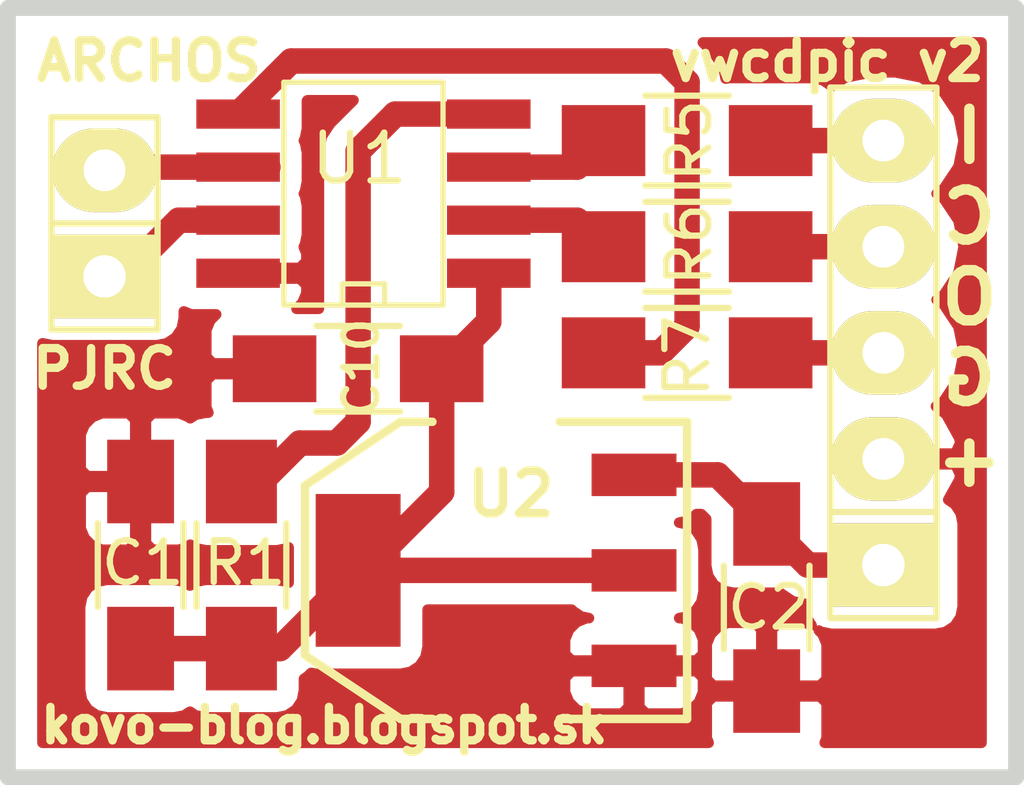
<source format=kicad_pcb>
(kicad_pcb (version 4) (host pcbnew 0.201502050101+5404~21~ubuntu14.04.1-product)

  (general
    (links 21)
    (no_connects 1)
    (area 90.614499 44.259499 115.125501 63.055501)
    (thickness 1.6002)
    (drawings 13)
    (tracks 47)
    (zones 0)
    (modules 11)
    (nets 13)
  )

  (page A4)
  (title_block
    (date "7 feb 2014")
  )

  (layers
    (0 Front signal)
    (31 Back signal)
    (32 B.Adhes user hide)
    (33 F.Adhes user hide)
    (34 B.Paste user hide)
    (35 F.Paste user hide)
    (36 B.SilkS user hide)
    (37 F.SilkS user)
    (38 B.Mask user hide)
    (39 F.Mask user hide)
    (40 Dwgs.User user)
    (41 Cmts.User user hide)
    (42 Eco1.User user hide)
    (43 Eco2.User user hide)
    (44 Edge.Cuts user)
  )

  (setup
    (last_trace_width 0.6096)
    (trace_clearance 0.254)
    (zone_clearance 0.508)
    (zone_45_only no)
    (trace_min 0.2032)
    (segment_width 0.381)
    (edge_width 0.381)
    (via_size 0.889)
    (via_drill 0.635)
    (via_min_size 0.889)
    (via_min_drill 0.508)
    (uvia_size 0.508)
    (uvia_drill 0.127)
    (uvias_allowed no)
    (uvia_min_size 0.508)
    (uvia_min_drill 0.127)
    (pcb_text_width 0.3048)
    (pcb_text_size 1.524 2.032)
    (mod_edge_width 0.381)
    (mod_text_size 1.524 1.524)
    (mod_text_width 0.3048)
    (pad_size 2 2.5)
    (pad_drill 1.016)
    (pad_to_mask_clearance 0.254)
    (aux_axis_origin 0 0)
    (visible_elements FFFFFF7F)
    (pcbplotparams
      (layerselection 0x00008_00000000)
      (usegerberextensions false)
      (excludeedgelayer false)
      (linewidth 0.150000)
      (plotframeref false)
      (viasonmask false)
      (mode 1)
      (useauxorigin false)
      (hpglpennumber 1)
      (hpglpenspeed 20)
      (hpglpendiameter 15)
      (hpglpenoverlay 0)
      (psnegative true)
      (psa4output false)
      (plotreference true)
      (plotvalue true)
      (plotinvisibletext false)
      (padsonsilk false)
      (subtractmaskfromsilk false)
      (outputformat 5)
      (mirror false)
      (drillshape 2)
      (scaleselection 1)
      (outputdirectory /home/nail/tmp/plot/))
  )

  (net 0 "")
  (net 1 +5V)
  (net 2 DataIn)
  (net 3 GND)
  (net 4 POWER_CTL)
  (net 5 "Net-(R5-Pad1)")
  (net 6 "Net-(R6-Pad1)")
  (net 7 "Net-(R7-Pad1)")
  (net 8 CLK)
  (net 9 DataOut)
  (net 10 "Net-(R1-Pad1)")
  (net 11 "Net-(P2-Pad1)")
  (net 12 "Net-(P2-Pad2)")

  (net_class Default "This is the default net class."
    (clearance 0.254)
    (trace_width 0.6096)
    (via_dia 0.889)
    (via_drill 0.635)
    (uvia_dia 0.508)
    (uvia_drill 0.127)
    (add_net +5V)
    (add_net CLK)
    (add_net DataIn)
    (add_net DataOut)
    (add_net GND)
    (add_net "Net-(P2-Pad1)")
    (add_net "Net-(P2-Pad2)")
    (add_net "Net-(R1-Pad1)")
    (add_net "Net-(R5-Pad1)")
    (add_net "Net-(R6-Pad1)")
    (add_net "Net-(R7-Pad1)")
    (add_net POWER_CTL)
  )

  (net_class GND ""
    (clearance 0.254)
    (trace_width 1.39192)
    (via_dia 0.889)
    (via_drill 0.635)
    (uvia_dia 0.508)
    (uvia_drill 0.127)
  )

  (module my_modules:SOIC-8-W_long_pads (layer Front) (tedit 54D37963) (tstamp 543252D2)
    (at 99.314 48.895 90)
    (descr "module SMD SOIC SOJ 8 pins etroit")
    (tags "CMS SOJ")
    (path /52D02953)
    (attr smd)
    (fp_text reference U1 (at 0.8382 -0.1016 180) (layer F.SilkS)
      (effects (font (size 1.143 1.143) (thickness 0.1524)))
    )
    (fp_text value PIC12F629 (at 0 1.016 90) (layer F.SilkS) hide
      (effects (font (size 0.889 0.889) (thickness 0.1524)))
    )
    (fp_line (start -2.667 1.778) (end -2.667 1.905) (layer F.SilkS) (width 0.127))
    (fp_line (start -2.667 1.905) (end 2.667 1.905) (layer F.SilkS) (width 0.127))
    (fp_line (start 2.667 -1.905) (end -2.667 -1.905) (layer F.SilkS) (width 0.127))
    (fp_line (start -2.667 -1.905) (end -2.667 1.778) (layer F.SilkS) (width 0.127))
    (fp_line (start -2.667 -0.508) (end -2.159 -0.508) (layer F.SilkS) (width 0.127))
    (fp_line (start -2.159 -0.508) (end -2.159 0.508) (layer F.SilkS) (width 0.127))
    (fp_line (start -2.159 0.508) (end -2.667 0.508) (layer F.SilkS) (width 0.127))
    (fp_line (start 2.667 -1.905) (end 2.667 1.905) (layer F.SilkS) (width 0.127))
    (pad 8 smd rect (at -1.905 -3 90) (size 0.7 2) (layers Front F.Paste F.Mask)
      (net 3 GND))
    (pad 1 smd rect (at -1.905 3 90) (size 0.7 2) (layers Front F.Paste F.Mask)
      (net 1 +5V))
    (pad 7 smd rect (at -0.635 -3 90) (size 0.7 2) (layers Front F.Paste F.Mask)
      (net 11 "Net-(P2-Pad1)"))
    (pad 6 smd rect (at 0.635 -3 90) (size 0.7 2) (layers Front F.Paste F.Mask)
      (net 12 "Net-(P2-Pad2)"))
    (pad 5 smd rect (at 1.905 -3 90) (size 0.7 2) (layers Front F.Paste F.Mask)
      (net 7 "Net-(R7-Pad1)"))
    (pad 2 smd rect (at -0.635 3 90) (size 0.7 2) (layers Front F.Paste F.Mask)
      (net 5 "Net-(R5-Pad1)"))
    (pad 3 smd rect (at 0.635 3 90) (size 0.7 2) (layers Front F.Paste F.Mask)
      (net 6 "Net-(R6-Pad1)"))
    (pad 4 smd rect (at 1.905 3 90) (size 0.7 2) (layers Front F.Paste F.Mask)
      (net 10 "Net-(R1-Pad1)"))
    (model smd/cms_so8.wrl
      (at (xyz 0 0 0))
      (scale (xyz 0.5 0.32 0.5))
      (rotate (xyz 0 0 0))
    )
  )

  (module Pin_Headers:Pin_Header_Straight_1x02 (layer Front) (tedit 542D5FAE) (tstamp 542D6FD4)
    (at 93.1164 49.6062 90)
    (descr "Through hole pin header")
    (tags "pin header")
    (path /542D83A2)
    (fp_text reference P2 (at 0 -2.286 90) (layer F.SilkS) hide
      (effects (font (size 1.27 1.27) (thickness 0.2032)))
    )
    (fp_text value CONN_01X02 (at 0 0 90) (layer F.SilkS) hide
      (effects (font (size 1.27 1.27) (thickness 0.2032)))
    )
    (fp_line (start 0 -1.27) (end 0 1.27) (layer F.SilkS) (width 0.15))
    (fp_line (start -2.54 -1.27) (end -2.54 1.27) (layer F.SilkS) (width 0.15))
    (fp_line (start -2.54 1.27) (end 0 1.27) (layer F.SilkS) (width 0.15))
    (fp_line (start 0 1.27) (end 2.54 1.27) (layer F.SilkS) (width 0.15))
    (fp_line (start 2.54 1.27) (end 2.54 -1.27) (layer F.SilkS) (width 0.15))
    (fp_line (start 2.54 -1.27) (end -2.54 -1.27) (layer F.SilkS) (width 0.15))
    (pad 1 thru_hole rect (at -1.27 0 90) (size 2 2.5) (drill 1.016) (layers *.Cu *.Mask F.SilkS)
      (net 11 "Net-(P2-Pad1)"))
    (pad 2 thru_hole oval (at 1.27 0 90) (size 2 2.5) (drill 1) (layers *.Cu *.Mask F.SilkS)
      (net 12 "Net-(P2-Pad2)"))
    (model Pin_Headers/Pin_Header_Straight_1x02.wrl
      (at (xyz 0 0 0))
      (scale (xyz 1 1 1))
      (rotate (xyz 0 0 0))
    )
  )

  (module Pin_Headers:Pin_Header_Straight_1x05 (layer Front) (tedit 542D5FA3) (tstamp 542D6FC5)
    (at 111.76 52.705 90)
    (descr "Through hole pin header")
    (tags "pin header")
    (path /542D55A4)
    (fp_text reference P1 (at 0 -2.286 90) (layer F.SilkS) hide
      (effects (font (size 1.27 1.27) (thickness 0.2032)))
    )
    (fp_text value CONN_01X05 (at 0 0 90) (layer F.SilkS) hide
      (effects (font (size 1.27 1.27) (thickness 0.2032)))
    )
    (fp_line (start -3.81 -1.27) (end 6.35 -1.27) (layer F.SilkS) (width 0.15))
    (fp_line (start 6.35 -1.27) (end 6.35 1.27) (layer F.SilkS) (width 0.15))
    (fp_line (start 6.35 1.27) (end -3.81 1.27) (layer F.SilkS) (width 0.15))
    (fp_line (start -6.35 -1.27) (end -3.81 -1.27) (layer F.SilkS) (width 0.15))
    (fp_line (start -3.81 -1.27) (end -3.81 1.27) (layer F.SilkS) (width 0.15))
    (fp_line (start -6.35 -1.27) (end -6.35 1.27) (layer F.SilkS) (width 0.15))
    (fp_line (start -6.35 1.27) (end -3.81 1.27) (layer F.SilkS) (width 0.15))
    (pad 1 thru_hole rect (at -5.08 0 90) (size 2 2.5) (drill 1.016) (layers *.Cu *.Mask F.SilkS)
      (net 4 POWER_CTL))
    (pad 2 thru_hole oval (at -2.54 0 90) (size 2 2.5) (drill 1) (layers *.Cu *.Mask F.SilkS)
      (net 3 GND))
    (pad 3 thru_hole oval (at 0 0 90) (size 2 2.5) (drill 1) (layers *.Cu *.Mask F.SilkS)
      (net 9 DataOut))
    (pad 4 thru_hole oval (at 2.54 0 90) (size 2 2.5) (drill 1) (layers *.Cu *.Mask F.SilkS)
      (net 8 CLK))
    (pad 5 thru_hole oval (at 5.08 0 90) (size 2 2.5) (drill 1) (layers *.Cu *.Mask F.SilkS)
      (net 2 DataIn))
    (model Pin_Headers/Pin_Header_Straight_1x05.wrl
      (at (xyz 0 0 0))
      (scale (xyz 1 1 1))
      (rotate (xyz 0 0 0))
    )
  )

  (module my_modules:SOT-223-REGULATOR (layer Front) (tedit 54D37966) (tstamp 542D6FB6)
    (at 102.489 57.912 90)
    (descr "module CMS SOT223 4 pins")
    (tags "CMS SOT")
    (path /52D02F38)
    (attr smd)
    (fp_text reference U2 (at 1.8288 0.3556 180) (layer F.SilkS)
      (effects (font (size 1.016 1.016) (thickness 0.2032)))
    )
    (fp_text value 78L05 (at 0 0.762 90) (layer F.SilkS) hide
      (effects (font (size 1.016 1.016) (thickness 0.2032)))
    )
    (fp_line (start -3.556 1.524) (end -3.556 4.572) (layer F.SilkS) (width 0.2032))
    (fp_line (start -3.556 4.572) (end 3.556 4.572) (layer F.SilkS) (width 0.2032))
    (fp_line (start 3.556 4.572) (end 3.556 1.524) (layer F.SilkS) (width 0.2032))
    (fp_line (start -3.556 -1.524) (end -3.556 -2.286) (layer F.SilkS) (width 0.2032))
    (fp_line (start -3.556 -2.286) (end -2.032 -4.572) (layer F.SilkS) (width 0.2032))
    (fp_line (start -2.032 -4.572) (end 2.032 -4.572) (layer F.SilkS) (width 0.2032))
    (fp_line (start 2.032 -4.572) (end 3.556 -2.286) (layer F.SilkS) (width 0.2032))
    (fp_line (start 3.556 -2.286) (end 3.556 -1.524) (layer F.SilkS) (width 0.2032))
    (pad VO smd rect (at 0 -3.302 90) (size 3.6576 2.032) (layers Front F.Paste F.Mask)
      (net 1 +5V))
    (pad VO smd rect (at 0 3.302 90) (size 1.016 2.032) (layers Front F.Paste F.Mask)
      (net 1 +5V))
    (pad VI smd rect (at 2.286 3.302 90) (size 1.016 2.032) (layers Front F.Paste F.Mask)
      (net 4 POWER_CTL))
    (pad GND smd rect (at -2.286 3.302 90) (size 1.016 2.032) (layers Front F.Paste F.Mask)
      (net 3 GND))
    (model smd/SOT223.wrl
      (at (xyz 0 0 0))
      (scale (xyz 0.4 0.4 0.4))
      (rotate (xyz 0 0 0))
    )
  )

  (module Resistors_SMD:R_1206_HandSoldering (layer Front) (tedit 54D37952) (tstamp 542D6F9C)
    (at 107.061 52.705)
    (descr "Resistor SMD 1206, hand soldering, Vishay (see dcrcw.pdf)")
    (tags "resistor 1206")
    (path /52D02B05)
    (attr smd)
    (fp_text reference R7 (at 0 0.0762 90) (layer F.SilkS)
      (effects (font (size 1 1) (thickness 0.15)))
    )
    (fp_text value 3k3 (at 0 2.3) (layer F.SilkS) hide
      (effects (font (size 1 1) (thickness 0.15)))
    )
    (fp_line (start 1 1.075) (end -1 1.075) (layer F.SilkS) (width 0.15))
    (fp_line (start -1 -1.075) (end 1 -1.075) (layer F.SilkS) (width 0.15))
    (pad 1 smd rect (at -2 0) (size 2 1.7) (layers Front F.Paste F.Mask)
      (net 7 "Net-(R7-Pad1)"))
    (pad 2 smd rect (at 2 0) (size 2 1.7) (layers Front F.Paste F.Mask)
      (net 9 DataOut))
    (model Resistors_SMD/R_1206.wrl
      (at (xyz 0 0 0))
      (scale (xyz 1 1 1))
      (rotate (xyz 0 0 0))
    )
  )

  (module Resistors_SMD:R_1206_HandSoldering (layer Front) (tedit 54D37957) (tstamp 542D6F95)
    (at 107.061 47.625)
    (descr "Resistor SMD 1206, hand soldering, Vishay (see dcrcw.pdf)")
    (tags "resistor 1206")
    (path /52D02ABB)
    (attr smd)
    (fp_text reference R6 (at 0.0508 2.4892 90) (layer F.SilkS)
      (effects (font (size 1 1) (thickness 0.15)))
    )
    (fp_text value 3k3 (at 0 2.3) (layer F.SilkS) hide
      (effects (font (size 1 1) (thickness 0.15)))
    )
    (fp_line (start 1 1.075) (end -1 1.075) (layer F.SilkS) (width 0.15))
    (fp_line (start -1 -1.075) (end 1 -1.075) (layer F.SilkS) (width 0.15))
    (pad 1 smd rect (at -2 0) (size 2 1.7) (layers Front F.Paste F.Mask)
      (net 6 "Net-(R6-Pad1)"))
    (pad 2 smd rect (at 2 0) (size 2 1.7) (layers Front F.Paste F.Mask)
      (net 2 DataIn))
    (model Resistors_SMD/R_1206.wrl
      (at (xyz 0 0 0))
      (scale (xyz 1 1 1))
      (rotate (xyz 0 0 0))
    )
  )

  (module Resistors_SMD:R_1206_HandSoldering (layer Front) (tedit 54D3795B) (tstamp 542D6F8E)
    (at 107.061 50.165)
    (descr "Resistor SMD 1206, hand soldering, Vishay (see dcrcw.pdf)")
    (tags "resistor 1206")
    (path /52D02AC2)
    (attr smd)
    (fp_text reference R5 (at 0.0508 -2.54 90) (layer F.SilkS)
      (effects (font (size 1 1) (thickness 0.15)))
    )
    (fp_text value 3k3 (at 0 2.3) (layer F.SilkS) hide
      (effects (font (size 1 1) (thickness 0.15)))
    )
    (fp_line (start 1 1.075) (end -1 1.075) (layer F.SilkS) (width 0.15))
    (fp_line (start -1 -1.075) (end 1 -1.075) (layer F.SilkS) (width 0.15))
    (pad 1 smd rect (at -2 0) (size 2 1.7) (layers Front F.Paste F.Mask)
      (net 5 "Net-(R5-Pad1)"))
    (pad 2 smd rect (at 2 0) (size 2 1.7) (layers Front F.Paste F.Mask)
      (net 8 CLK))
    (model Resistors_SMD/R_1206.wrl
      (at (xyz 0 0 0))
      (scale (xyz 1 1 1))
      (rotate (xyz 0 0 0))
    )
  )

  (module Resistors_SMD:R_1206_HandSoldering (layer Front) (tedit 54D3796D) (tstamp 542D6F87)
    (at 96.393 57.785 270)
    (descr "Resistor SMD 1206, hand soldering, Vishay (see dcrcw.pdf)")
    (tags "resistor 1206")
    (path /52D03054)
    (attr smd)
    (fp_text reference R1 (at -0.0508 -0.0762 360) (layer F.SilkS)
      (effects (font (size 1 1) (thickness 0.15)))
    )
    (fp_text value 10k (at 0 2.3 270) (layer F.SilkS) hide
      (effects (font (size 1 1) (thickness 0.15)))
    )
    (fp_line (start 1 1.075) (end -1 1.075) (layer F.SilkS) (width 0.15))
    (fp_line (start -1 -1.075) (end 1 -1.075) (layer F.SilkS) (width 0.15))
    (pad 1 smd rect (at -2 0 270) (size 2 1.7) (layers Front F.Paste F.Mask)
      (net 10 "Net-(R1-Pad1)"))
    (pad 2 smd rect (at 2 0 270) (size 2 1.7) (layers Front F.Paste F.Mask)
      (net 1 +5V))
    (model Resistors_SMD/R_1206.wrl
      (at (xyz 0 0 0))
      (scale (xyz 1 1 1))
      (rotate (xyz 0 0 0))
    )
  )

  (module Capacitors_SMD:C_1206_HandSoldering (layer Front) (tedit 54D379A1) (tstamp 543252BC)
    (at 108.966 58.801 270)
    (descr "Capacitor SMD 1206, hand soldering")
    (tags "capacitor 1206")
    (path /52D02F40)
    (attr smd)
    (fp_text reference C2 (at 0 -0.0508 360) (layer F.SilkS)
      (effects (font (size 1 1) (thickness 0.15)))
    )
    (fp_text value 100n (at 0 2.3 270) (layer F.SilkS) hide
      (effects (font (size 1 1) (thickness 0.15)))
    )
    (fp_line (start -3.3 -1.15) (end 3.3 -1.15) (layer F.CrtYd) (width 0.05))
    (fp_line (start -3.3 1.15) (end 3.3 1.15) (layer F.CrtYd) (width 0.05))
    (fp_line (start -3.3 -1.15) (end -3.3 1.15) (layer F.CrtYd) (width 0.05))
    (fp_line (start 3.3 -1.15) (end 3.3 1.15) (layer F.CrtYd) (width 0.05))
    (fp_line (start 1 -1.025) (end -1 -1.025) (layer F.SilkS) (width 0.15))
    (fp_line (start -1 1.025) (end 1 1.025) (layer F.SilkS) (width 0.15))
    (pad 1 smd rect (at -2 0 270) (size 2 1.6) (layers Front F.Paste F.Mask)
      (net 4 POWER_CTL))
    (pad 2 smd rect (at 2 0 270) (size 2 1.6) (layers Front F.Paste F.Mask)
      (net 3 GND))
    (model Capacitors_SMD/C_1206N.wrl
      (at (xyz 0 0 0))
      (scale (xyz 1 1 1))
      (rotate (xyz 0 0 0))
    )
  )

  (module Capacitors_SMD:C_1206_HandSoldering (layer Front) (tedit 54D379EC) (tstamp 54D37645)
    (at 99.187 53.086 180)
    (descr "Capacitor SMD 1206, hand soldering")
    (tags "capacitor 1206")
    (path /52E79ABE)
    (attr smd)
    (fp_text reference C10 (at -0.0762 0.0254 270) (layer F.SilkS)
      (effects (font (size 0.8 0.8) (thickness 0.15)))
    )
    (fp_text value 100n (at 0 2.3 180) (layer F.SilkS) hide
      (effects (font (size 1 1) (thickness 0.15)))
    )
    (fp_line (start -3.3 -1.15) (end 3.3 -1.15) (layer F.CrtYd) (width 0.05))
    (fp_line (start -3.3 1.15) (end 3.3 1.15) (layer F.CrtYd) (width 0.05))
    (fp_line (start -3.3 -1.15) (end -3.3 1.15) (layer F.CrtYd) (width 0.05))
    (fp_line (start 3.3 -1.15) (end 3.3 1.15) (layer F.CrtYd) (width 0.05))
    (fp_line (start 1 -1.025) (end -1 -1.025) (layer F.SilkS) (width 0.15))
    (fp_line (start -1 1.025) (end 1 1.025) (layer F.SilkS) (width 0.15))
    (pad 1 smd rect (at -2 0 180) (size 2 1.6) (layers Front F.Paste F.Mask)
      (net 1 +5V))
    (pad 2 smd rect (at 2 0 180) (size 2 1.6) (layers Front F.Paste F.Mask)
      (net 3 GND))
    (model Capacitors_SMD/C_1206N.wrl
      (at (xyz 0 0 0))
      (scale (xyz 1 1 1))
      (rotate (xyz 0 0 0))
    )
  )

  (module Capacitors_SMD:C_1206_HandSoldering (layer Front) (tedit 54D37973) (tstamp 54325783)
    (at 93.98 57.785 90)
    (descr "Capacitor SMD 1206, hand soldering")
    (tags "capacitor 1206")
    (path /54325C4C)
    (attr smd)
    (fp_text reference C1 (at 0.0508 0.0508 180) (layer F.SilkS)
      (effects (font (size 1 1) (thickness 0.15)))
    )
    (fp_text value 100n (at 0 2.3 90) (layer F.SilkS) hide
      (effects (font (size 1 1) (thickness 0.15)))
    )
    (fp_line (start -3.3 -1.15) (end 3.3 -1.15) (layer F.CrtYd) (width 0.05))
    (fp_line (start -3.3 1.15) (end 3.3 1.15) (layer F.CrtYd) (width 0.05))
    (fp_line (start -3.3 -1.15) (end -3.3 1.15) (layer F.CrtYd) (width 0.05))
    (fp_line (start 3.3 -1.15) (end 3.3 1.15) (layer F.CrtYd) (width 0.05))
    (fp_line (start 1 -1.025) (end -1 -1.025) (layer F.SilkS) (width 0.15))
    (fp_line (start -1 1.025) (end 1 1.025) (layer F.SilkS) (width 0.15))
    (pad 1 smd rect (at -2 0 90) (size 2 1.6) (layers Front F.Paste F.Mask)
      (net 1 +5V))
    (pad 2 smd rect (at 2 0 90) (size 2 1.6) (layers Front F.Paste F.Mask)
      (net 3 GND))
    (model Capacitors_SMD/C_1206N.wrl
      (at (xyz 0 0 0))
      (scale (xyz 1 1 1))
      (rotate (xyz 0 0 0))
    )
  )

  (gr_text ARCHOS (at 94.1832 45.72) (layer F.SilkS)
    (effects (font (size 0.9 0.9) (thickness 0.2)))
  )
  (gr_text PJRC (at 93.1164 53.086) (layer F.SilkS)
    (effects (font (size 0.9 0.9) (thickness 0.2)))
  )
  (gr_text "vwcdpic v2" (at 110.4138 45.72) (layer F.SilkS)
    (effects (font (size 0.9 0.9) (thickness 0.2)))
  )
  (gr_text "I\nC\nO\nG\n+" (at 113.8174 51.3842) (layer F.SilkS) (tstamp 54D375D0)
    (effects (font (size 1.2 1.2) (thickness 0.25)) (justify mirror))
  )
  (gr_line (start 114.3 44.45) (end 91.44 44.45) (angle 90) (layer Edge.Cuts) (width 0.381) (tstamp 542D7106))
  (gr_line (start 91.44 62.865) (end 114.3 62.865) (angle 90) (layer Edge.Cuts) (width 0.381) (tstamp 542D7105))
  (gr_text kovo-blog.blogspot.sk (at 98.3742 61.6204) (layer F.SilkS) (tstamp 542D7104)
    (effects (font (size 0.8 0.8) (thickness 0.2)))
  )
  (gr_line (start 90.805 44.45) (end 91.44 44.45) (angle 90) (layer Edge.Cuts) (width 0.381) (tstamp 542D7103))
  (gr_line (start 90.805 44.45) (end 90.805 62.865) (angle 90) (layer Edge.Cuts) (width 0.381) (tstamp 542D7102))
  (gr_line (start 90.805 62.865) (end 91.44 62.865) (angle 90) (layer Edge.Cuts) (width 0.381) (tstamp 542D7101))
  (gr_line (start 114.3 62.865) (end 114.935 62.865) (angle 90) (layer Edge.Cuts) (width 0.381) (tstamp 542D7100))
  (gr_line (start 114.935 62.865) (end 114.935 44.45) (angle 90) (layer Edge.Cuts) (width 0.381) (tstamp 542D70FF))
  (gr_line (start 114.935 44.45) (end 114.3 44.45) (angle 90) (layer Edge.Cuts) (width 0.381) (tstamp 542D70FE))

  (segment (start 102.314 50.8) (end 102.314 51.959) (width 0.6096) (layer Front) (net 1))
  (segment (start 102.314 51.959) (end 101.187 53.086) (width 0.6096) (layer Front) (net 1) (tstamp 543254CA))
  (segment (start 99.695 57.912) (end 99.695 57.658) (width 0.6096) (layer Front) (net 1))
  (segment (start 105.791 57.912) (end 99.187 57.912) (width 0.6096) (layer Front) (net 1))
  (segment (start 101.187 56.039) (end 101.187 53.086) (width 0.6096) (layer Front) (net 1) (tstamp 54325871))
  (segment (start 99.314 57.912) (end 101.187 56.039) (width 0.6096) (layer Front) (net 1) (tstamp 54325870))
  (segment (start 99.187 57.912) (end 99.314 57.912) (width 0.6096) (layer Front) (net 1))
  (segment (start 93.98 59.785) (end 96.393 59.785) (width 0.6096) (layer Front) (net 1))
  (segment (start 97.314 59.785) (end 99.187 57.912) (width 0.6096) (layer Front) (net 1) (tstamp 54325876))
  (segment (start 96.393 59.785) (end 97.314 59.785) (width 0.6096) (layer Front) (net 1))
  (segment (start 111.76 47.625) (end 109.061 47.625) (width 0.6096) (layer Front) (net 2))
  (segment (start 111.4044 47.4726) (end 111.5568 47.625) (width 0.6096) (layer Front) (net 2) (tstamp 542D70B6))
  (segment (start 108.807 60.96) (end 108.966 60.801) (width 0.6096) (layer Front) (net 3) (tstamp 54325802))
  (segment (start 111.5568 57.785) (end 111.252 57.785) (width 0.6096) (layer Front) (net 4) (tstamp 542D7092))
  (segment (start 109.95 57.785) (end 108.966 56.801) (width 0.6096) (layer Front) (net 4) (tstamp 543257FB))
  (segment (start 111.76 57.785) (end 109.95 57.785) (width 0.6096) (layer Front) (net 4))
  (segment (start 108.553 56.388) (end 108.966 56.801) (width 0.6096) (layer Front) (net 4) (tstamp 543257FE))
  (segment (start 107.791 55.626) (end 108.966 56.801) (width 0.6096) (layer Front) (net 4) (tstamp 5432586B))
  (segment (start 105.791 55.626) (end 107.791 55.626) (width 0.6096) (layer Front) (net 4))
  (segment (start 102.314 49.53) (end 104.426 49.53) (width 0.6096) (layer Front) (net 5))
  (segment (start 104.426 49.53) (end 105.061 50.165) (width 0.6096) (layer Front) (net 5) (tstamp 543253AF))
  (segment (start 102.314 48.26) (end 104.426 48.26) (width 0.6096) (layer Front) (net 6))
  (segment (start 104.426 48.26) (end 105.061 47.625) (width 0.6096) (layer Front) (net 6) (tstamp 543253AC))
  (segment (start 105.061 52.705) (end 106.426 52.705) (width 0.6096) (layer Front) (net 7))
  (segment (start 97.584 45.72) (end 96.314 46.99) (width 0.6096) (layer Front) (net 7) (tstamp 543253B6))
  (segment (start 106.553 45.72) (end 97.584 45.72) (width 0.6096) (layer Front) (net 7) (tstamp 543253B5))
  (segment (start 107.061 46.228) (end 106.553 45.72) (width 0.6096) (layer Front) (net 7) (tstamp 543253B4))
  (segment (start 107.061 52.07) (end 107.061 46.228) (width 0.6096) (layer Front) (net 7) (tstamp 543253B3))
  (segment (start 106.426 52.705) (end 107.061 52.07) (width 0.6096) (layer Front) (net 7) (tstamp 543253B2))
  (segment (start 109.061 50.165) (end 111.76 50.165) (width 0.6096) (layer Front) (net 8))
  (segment (start 111.3028 50.419) (end 111.5568 50.165) (width 0.6096) (layer Front) (net 8) (tstamp 542D7072))
  (segment (start 111.76 52.705) (end 109.061 52.705) (width 0.6096) (layer Front) (net 9))
  (segment (start 102.362 46.99) (end 101.6 46.99) (width 0.6096) (layer Front) (net 10))
  (segment (start 100.076 46.99) (end 102.314 46.99) (width 0.6096) (layer Front) (net 10) (tstamp 5432587E))
  (segment (start 99.187 47.879) (end 100.076 46.99) (width 0.6096) (layer Front) (net 10) (tstamp 5432587D))
  (segment (start 99.187 54.356) (end 99.187 47.879) (width 0.6096) (layer Front) (net 10) (tstamp 5432587C))
  (segment (start 98.679 54.864) (end 99.187 54.356) (width 0.6096) (layer Front) (net 10) (tstamp 5432587B))
  (segment (start 97.79 54.864) (end 98.679 54.864) (width 0.6096) (layer Front) (net 10) (tstamp 5432587A))
  (segment (start 96.869 55.785) (end 97.79 54.864) (width 0.6096) (layer Front) (net 10) (tstamp 54325879))
  (segment (start 96.393 55.785) (end 96.869 55.785) (width 0.6096) (layer Front) (net 10))
  (segment (start 96.314 49.53) (end 94.8944 49.53) (width 0.6096) (layer Front) (net 11) (status 400000))
  (segment (start 94.8944 49.53) (end 93.5482 50.8762) (width 0.6096) (layer Front) (net 11) (tstamp 54D37C7E) (status 800000))
  (segment (start 93.5482 50.8762) (end 93.1164 50.8762) (width 0.6096) (layer Front) (net 11) (tstamp 54D37C7F) (status C00000))
  (segment (start 96.314 48.26) (end 93.1926 48.26) (width 0.6096) (layer Front) (net 12) (status C00000))
  (segment (start 93.1926 48.26) (end 93.1164 48.3362) (width 0.6096) (layer Front) (net 12) (tstamp 54D37C7B) (status C00000))
  (segment (start 97.028 48.26) (end 95.885 48.26) (width 0.6096) (layer Front) (net 12))
  (segment (start 96.314 48.26) (end 95.377 48.26) (width 0.6096) (layer Front) (net 12))

  (zone (net 3) (net_name GND) (layer Front) (tstamp 542D7107) (hatch edge 0.508)
    (connect_pads (clearance 0.508))
    (min_thickness 0.254)
    (fill yes (arc_segments 16) (thermal_gap 0.508) (thermal_bridge_width 0.508))
    (polygon
      (pts
        (xy 114.3 62.23) (xy 91.44 62.23) (xy 91.44 45.085) (xy 114.3 45.085)
      )
    )
    (filled_polygon
      (pts
        (xy 99.077122 46.6598) (xy 98.522461 47.214461) (xy 98.318738 47.519354) (xy 98.2472 47.879) (xy 98.2472 51.651)
        (xy 97.711025 51.651) (xy 97.852327 51.509698) (xy 97.949 51.276309) (xy 97.949 51.08575) (xy 97.79025 50.927)
        (xy 96.441 50.927) (xy 96.441 50.947) (xy 96.187 50.947) (xy 96.187 50.927) (xy 96.167 50.927)
        (xy 96.167 50.673) (xy 96.187 50.673) (xy 96.187 50.653) (xy 96.441 50.653) (xy 96.441 50.673)
        (xy 97.79025 50.673) (xy 97.949 50.51425) (xy 97.949 50.323691) (xy 97.88488 50.168893) (xy 97.911377 50.12964)
        (xy 97.96144 49.88) (xy 97.96144 49.18) (xy 97.914463 48.937877) (xy 97.886894 48.895909) (xy 97.911377 48.85964)
        (xy 97.96144 48.61) (xy 97.96144 48.291973) (xy 97.9678 48.26) (xy 97.96144 48.228026) (xy 97.96144 47.91)
        (xy 97.914463 47.667877) (xy 97.886894 47.625909) (xy 97.911377 47.58964) (xy 97.96144 47.34) (xy 97.96144 46.671638)
        (xy 97.973278 46.6598) (xy 99.077122 46.6598)
      )
    )
    (filled_polygon
      (pts
        (xy 114.1095 62.0395) (xy 110.354528 62.0395) (xy 110.401 61.927309) (xy 110.401 61.08675) (xy 110.24225 60.928)
        (xy 109.093 60.928) (xy 109.093 60.948) (xy 108.839 60.948) (xy 108.839 60.928) (xy 108.839 60.674)
        (xy 108.839 59.32475) (xy 108.68025 59.166) (xy 108.292309 59.166) (xy 108.03969 59.166) (xy 107.806301 59.262673)
        (xy 107.627673 59.441302) (xy 107.531 59.674691) (xy 107.531 60.51525) (xy 107.68975 60.674) (xy 108.839 60.674)
        (xy 108.839 60.928) (xy 107.68975 60.928) (xy 107.531 61.08675) (xy 107.531 61.927309) (xy 107.577471 62.0395)
        (xy 107.442 62.0395) (xy 107.442 60.832309) (xy 107.442 60.48375) (xy 107.28325 60.325) (xy 105.918 60.325)
        (xy 105.918 61.18225) (xy 106.07675 61.341) (xy 106.680691 61.341) (xy 106.93331 61.341) (xy 107.166699 61.244327)
        (xy 107.345327 61.065698) (xy 107.442 60.832309) (xy 107.442 62.0395) (xy 105.664 62.0395) (xy 105.664 61.18225)
        (xy 105.664 60.325) (xy 104.29875 60.325) (xy 104.14 60.48375) (xy 104.14 60.832309) (xy 104.236673 61.065698)
        (xy 104.415301 61.244327) (xy 104.64869 61.341) (xy 104.901309 61.341) (xy 105.50525 61.341) (xy 105.664 61.18225)
        (xy 105.664 62.0395) (xy 91.6305 62.0395) (xy 91.6305 52.476332) (xy 91.8664 52.52364) (xy 94.3664 52.52364)
        (xy 94.608523 52.476663) (xy 94.821327 52.336873) (xy 94.963777 52.12584) (xy 95.01384 51.8762) (xy 95.01384 51.712988)
        (xy 95.18769 51.785) (xy 95.440309 51.785) (xy 95.789974 51.785) (xy 95.648673 51.926301) (xy 95.552 52.15969)
        (xy 95.552 52.412309) (xy 95.552 52.80025) (xy 95.71075 52.959) (xy 97.06 52.959) (xy 97.06 52.939)
        (xy 97.314 52.939) (xy 97.314 52.959) (xy 97.334 52.959) (xy 97.334 53.213) (xy 97.314 53.213)
        (xy 97.314 53.233) (xy 97.06 53.233) (xy 97.06 53.213) (xy 95.71075 53.213) (xy 95.552 53.37175)
        (xy 95.552 53.759691) (xy 95.552 54.01231) (xy 95.60388 54.13756) (xy 95.543 54.13756) (xy 95.300877 54.184537)
        (xy 95.166098 54.273072) (xy 95.139699 54.246673) (xy 94.90631 54.15) (xy 94.653691 54.15) (xy 94.26575 54.15)
        (xy 94.107 54.30875) (xy 94.107 55.658) (xy 94.127 55.658) (xy 94.127 55.912) (xy 94.107 55.912)
        (xy 94.107 57.26125) (xy 94.26575 57.42) (xy 94.653691 57.42) (xy 94.90631 57.42) (xy 95.139699 57.323327)
        (xy 95.166369 57.296656) (xy 95.29336 57.382377) (xy 95.543 57.43244) (xy 97.243 57.43244) (xy 97.485123 57.385463)
        (xy 97.52356 57.360213) (xy 97.52356 58.208494) (xy 97.49264 58.187623) (xy 97.243 58.13756) (xy 95.543 58.13756)
        (xy 95.300877 58.184537) (xy 95.161096 58.276358) (xy 95.02964 58.187623) (xy 94.78 58.13756) (xy 93.853 58.13756)
        (xy 93.853 57.26125) (xy 93.853 55.912) (xy 93.853 55.658) (xy 93.853 54.30875) (xy 93.69425 54.15)
        (xy 93.306309 54.15) (xy 93.05369 54.15) (xy 92.820301 54.246673) (xy 92.641673 54.425302) (xy 92.545 54.658691)
        (xy 92.545 55.49925) (xy 92.70375 55.658) (xy 93.853 55.658) (xy 93.853 55.912) (xy 92.70375 55.912)
        (xy 92.545 56.07075) (xy 92.545 56.911309) (xy 92.641673 57.144698) (xy 92.820301 57.323327) (xy 93.05369 57.42)
        (xy 93.306309 57.42) (xy 93.69425 57.42) (xy 93.853 57.26125) (xy 93.853 58.13756) (xy 93.18 58.13756)
        (xy 92.937877 58.184537) (xy 92.725073 58.324327) (xy 92.582623 58.53536) (xy 92.53256 58.785) (xy 92.53256 60.785)
        (xy 92.579537 61.027123) (xy 92.719327 61.239927) (xy 92.93036 61.382377) (xy 93.18 61.43244) (xy 94.78 61.43244)
        (xy 95.022123 61.385463) (xy 95.161903 61.293641) (xy 95.29336 61.382377) (xy 95.543 61.43244) (xy 97.243 61.43244)
        (xy 97.485123 61.385463) (xy 97.697927 61.245673) (xy 97.840377 61.03464) (xy 97.89044 60.785) (xy 97.89044 60.508404)
        (xy 97.978539 60.449539) (xy 98.061747 60.36633) (xy 98.171 60.38824) (xy 100.203 60.38824) (xy 100.445123 60.341263)
        (xy 100.657927 60.201473) (xy 100.800377 59.99044) (xy 100.85044 59.7408) (xy 100.85044 58.8518) (xy 104.299134 58.8518)
        (xy 104.314327 58.874927) (xy 104.52536 59.017377) (xy 104.712967 59.055) (xy 104.64869 59.055) (xy 104.415301 59.151673)
        (xy 104.236673 59.330302) (xy 104.14 59.563691) (xy 104.14 59.91225) (xy 104.29875 60.071) (xy 105.664 60.071)
        (xy 105.664 60.051) (xy 105.918 60.051) (xy 105.918 60.071) (xy 107.28325 60.071) (xy 107.442 59.91225)
        (xy 107.442 59.563691) (xy 107.345327 59.330302) (xy 107.166699 59.151673) (xy 106.93331 59.055) (xy 106.871116 59.055)
        (xy 107.049123 59.020463) (xy 107.261927 58.880673) (xy 107.404377 58.66964) (xy 107.45444 58.42) (xy 107.45444 57.404)
        (xy 107.407463 57.161877) (xy 107.267673 56.949073) (xy 107.05664 56.806623) (xy 106.870057 56.769205) (xy 107.049123 56.734463)
        (xy 107.261927 56.594673) (xy 107.281416 56.5658) (xy 107.401722 56.5658) (xy 107.51856 56.682638) (xy 107.51856 57.801)
        (xy 107.565537 58.043123) (xy 107.705327 58.255927) (xy 107.91636 58.398377) (xy 108.166 58.44844) (xy 109.284362 58.44844)
        (xy 109.285461 58.449539) (xy 109.590354 58.653262) (xy 109.86256 58.707407) (xy 109.86256 58.785) (xy 109.909537 59.027123)
        (xy 110.041305 59.227716) (xy 109.89231 59.166) (xy 109.639691 59.166) (xy 109.25175 59.166) (xy 109.093 59.32475)
        (xy 109.093 60.674) (xy 110.24225 60.674) (xy 110.401 60.51525) (xy 110.401 59.674691) (xy 110.304327 59.441302)
        (xy 110.214335 59.351309) (xy 110.26036 59.382377) (xy 110.51 59.43244) (xy 113.01 59.43244) (xy 113.252123 59.385463)
        (xy 113.464927 59.245673) (xy 113.607377 59.03464) (xy 113.65744 58.785) (xy 113.65744 56.785) (xy 113.610463 56.542877)
        (xy 113.470673 56.330073) (xy 113.311779 56.222817) (xy 113.575742 55.747396) (xy 113.600124 55.625434) (xy 113.480777 55.372)
        (xy 111.887 55.372) (xy 111.887 55.392) (xy 111.633 55.392) (xy 111.633 55.372) (xy 111.613 55.372)
        (xy 111.613 55.118) (xy 111.633 55.118) (xy 111.633 55.098) (xy 111.887 55.098) (xy 111.887 55.118)
        (xy 113.480777 55.118) (xy 113.600124 54.864566) (xy 113.575742 54.742604) (xy 113.264298 54.181663) (xy 113.017136 53.985342)
        (xy 113.203049 53.86112) (xy 113.557472 53.330687) (xy 113.681929 52.705) (xy 113.557472 52.079313) (xy 113.203049 51.54888)
        (xy 113.032615 51.435) (xy 113.203049 51.32112) (xy 113.557472 50.790687) (xy 113.681929 50.165) (xy 113.557472 49.539313)
        (xy 113.203049 49.00888) (xy 113.032615 48.895) (xy 113.203049 48.78112) (xy 113.557472 48.250687) (xy 113.681929 47.625)
        (xy 113.557472 46.999313) (xy 113.203049 46.46888) (xy 112.672616 46.114457) (xy 112.046929 45.99) (xy 111.473071 45.99)
        (xy 110.847384 46.114457) (xy 110.527158 46.328424) (xy 110.521673 46.320073) (xy 110.31064 46.177623) (xy 110.061 46.12756)
        (xy 108.061 46.12756) (xy 107.9838 46.142538) (xy 107.929262 45.868354) (xy 107.725539 45.563461) (xy 107.437578 45.2755)
        (xy 114.1095 45.2755) (xy 114.1095 62.0395)
      )
    )
  )
)

</source>
